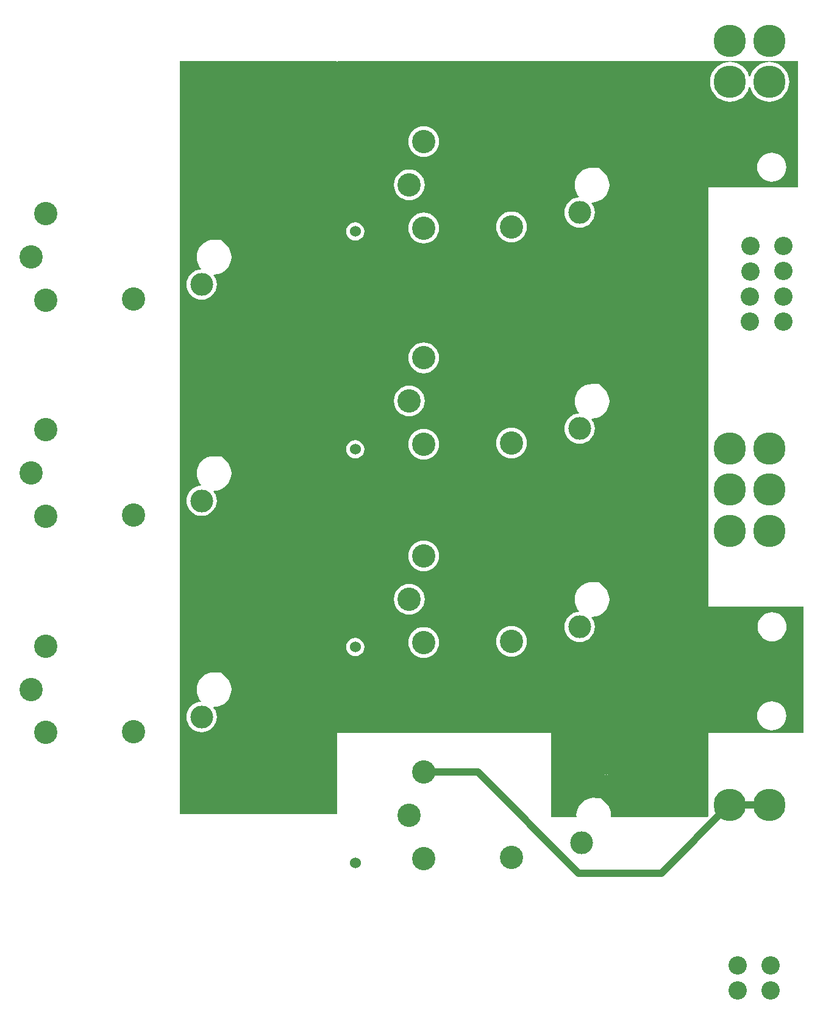
<source format=gbl>
%FSLAX44Y44*%
%MOMM*%
G71*
G01*
G75*
G04 Layer_Physical_Order=4*
G04 Layer_Color=16711680*
%ADD10R,1.7500X2.6500*%
%ADD11C,1.0000*%
%ADD12C,3.0000*%
%ADD13R,9.5000X6.8580*%
%ADD14R,8.5000X7.3660*%
%ADD15R,38.5000X6.5000*%
%ADD16R,14.5000X16.0000*%
%ADD17R,22.0000X11.0000*%
%ADD18R,14.5000X10.5160*%
%ADD19R,4.3180X4.3180*%
%ADD20C,4.5000*%
%ADD21C,3.1750*%
%ADD22C,3.2375*%
%ADD23C,2.5500*%
%ADD24C,1.5240*%
%ADD25R,3.3020X2.3608*%
%ADD26R,3.5560X2.2860*%
%ADD27R,3.7348X2.9724*%
%ADD28R,11.6906X5.2607*%
%ADD29R,12.5000X107.5000*%
%ADD30R,4.5720X4.3180*%
%ADD31R,3.3020X3.3020*%
%ADD32R,21.0820X16.2560*%
%ADD33R,11.1760X5.3340*%
%ADD34R,4.3180X4.5720*%
%ADD35R,4.3180X4.8260*%
%ADD36R,4.5720X3.5560*%
%ADD37R,12.5000X6.3600*%
%ADD38R,13.2780X8.0000*%
%ADD39R,4.3180X3.0480*%
%ADD40R,4.3180X3.5560*%
%ADD41R,5.5880X3.5560*%
%ADD42R,5.3340X3.0480*%
%ADD43R,3.8537X3.0480*%
%ADD44R,4.0640X3.3020*%
G36*
X1572070Y1557020D02*
Y1557020D01*
X1789532D01*
X1789532Y1557020D01*
X1915160D01*
Y1381760D01*
X1790430D01*
X1790430Y800100D01*
X1922780D01*
Y624840D01*
X1790430D01*
Y509808D01*
X1788622Y508000D01*
X1656035D01*
X1655182Y508941D01*
X1655311Y510254D01*
X1654848Y514960D01*
X1653475Y519485D01*
X1651246Y523655D01*
X1648246Y527310D01*
X1646467Y528770D01*
D01*
X1640987Y534251D01*
X1635013D01*
X1634912Y534008D01*
X1631190Y534375D01*
X1626484Y533912D01*
X1621959Y532539D01*
X1617789Y530310D01*
X1614134Y527310D01*
X1611134Y523655D01*
X1608905Y519485D01*
X1607532Y514960D01*
X1607069Y510254D01*
X1607198Y508941D01*
X1606345Y508000D01*
X1572968D01*
X1572070Y508898D01*
Y624840D01*
X1275898D01*
X1275000Y625738D01*
Y511810D01*
X1056640D01*
Y1557020D01*
X1274102D01*
X1275000Y1556122D01*
Y1114839D01*
X1275000Y1556122D01*
X1275898Y1557020D01*
X1572070Y1557020D01*
D02*
G37*
%LPC*%
G36*
X1375000Y831370D02*
X1370831Y830960D01*
X1366822Y829744D01*
X1363127Y827769D01*
X1359889Y825111D01*
X1357231Y821873D01*
X1355256Y818178D01*
X1354040Y814169D01*
X1353630Y810000D01*
X1354040Y805831D01*
X1355256Y801822D01*
X1357231Y798127D01*
X1359889Y794889D01*
X1363127Y792231D01*
X1366822Y790256D01*
X1370831Y789040D01*
X1375000Y788630D01*
X1379169Y789040D01*
X1383178Y790256D01*
X1386873Y792231D01*
X1390111Y794889D01*
X1392769Y798127D01*
X1394744Y801822D01*
X1395960Y805831D01*
X1396370Y810000D01*
X1395960Y814169D01*
X1394744Y818178D01*
X1392769Y821873D01*
X1390111Y825111D01*
X1386873Y827769D01*
X1383178Y829744D01*
X1379169Y830960D01*
X1375000Y831370D01*
D02*
G37*
G36*
X1664461Y846576D02*
X1647352D01*
Y843502D01*
X1660138D01*
Y835945D01*
X1661468Y837566D01*
X1663178Y840765D01*
X1664231Y844236D01*
X1664461Y846576D01*
D02*
G37*
G36*
X1644812D02*
X1627703D01*
X1627933Y844236D01*
X1628986Y840765D01*
X1630696Y837566D01*
X1632272Y835646D01*
X1632198Y843502D01*
X1644812D01*
Y846576D01*
D02*
G37*
G36*
X1628810Y833867D02*
X1624104Y833404D01*
X1619579Y832031D01*
X1615409Y829802D01*
X1611754Y826802D01*
X1608754Y823147D01*
X1606525Y818977D01*
X1605152Y814452D01*
X1604689Y809746D01*
X1605152Y805040D01*
X1606525Y800515D01*
X1608754Y796345D01*
X1610759Y793902D01*
X1610208Y792571D01*
X1607430Y792298D01*
X1603480Y791100D01*
X1599840Y789154D01*
X1596649Y786535D01*
X1594030Y783344D01*
X1592084Y779704D01*
X1590886Y775754D01*
X1590482Y771646D01*
X1590886Y767538D01*
X1592084Y763588D01*
X1594030Y759948D01*
X1596649Y756757D01*
X1599840Y754138D01*
X1603480Y752192D01*
X1607430Y750994D01*
X1611538Y750590D01*
X1615646Y750994D01*
X1619596Y752192D01*
X1623236Y754138D01*
X1626427Y756757D01*
X1629046Y759948D01*
X1630992Y763588D01*
X1632190Y767538D01*
X1632594Y771646D01*
X1632190Y775754D01*
X1630992Y779704D01*
X1629046Y783344D01*
X1628083Y784518D01*
X1628682Y785638D01*
X1628810Y785625D01*
X1633516Y786088D01*
X1638041Y787461D01*
X1642211Y789690D01*
X1645866Y792690D01*
X1648866Y796345D01*
X1651095Y800515D01*
X1652468Y805040D01*
X1652931Y809746D01*
X1652468Y814452D01*
X1651095Y818977D01*
X1648866Y823147D01*
X1645866Y826802D01*
X1644087Y828262D01*
D01*
X1638607Y833743D01*
X1632633D01*
X1632532Y833501D01*
X1628810Y833867D01*
D02*
G37*
G36*
X1516986Y772952D02*
X1512817Y772542D01*
X1508808Y771326D01*
X1505113Y769351D01*
X1501875Y766693D01*
X1499217Y763455D01*
X1497242Y759760D01*
X1496026Y755751D01*
X1495616Y751582D01*
X1496026Y747413D01*
X1497242Y743404D01*
X1499217Y739709D01*
X1501875Y736471D01*
X1505113Y733813D01*
X1508808Y731838D01*
X1512817Y730622D01*
X1516986Y730212D01*
X1521155Y730622D01*
X1525164Y731838D01*
X1528859Y733813D01*
X1532097Y736471D01*
X1534755Y739709D01*
X1536730Y743404D01*
X1537946Y747413D01*
X1538356Y751582D01*
X1537946Y755751D01*
X1536730Y759760D01*
X1534755Y763455D01*
X1532097Y766693D01*
X1528859Y769351D01*
X1525164Y771326D01*
X1521155Y772542D01*
X1516986Y772952D01*
D02*
G37*
G36*
X1395066Y771426D02*
X1390897Y771016D01*
X1386888Y769800D01*
X1383193Y767825D01*
X1379955Y765167D01*
X1377297Y761929D01*
X1375322Y758234D01*
X1374106Y754225D01*
X1373696Y750056D01*
X1374106Y745887D01*
X1375322Y741878D01*
X1377297Y738183D01*
X1379955Y734945D01*
X1383193Y732287D01*
X1386888Y730312D01*
X1390897Y729096D01*
X1395066Y728686D01*
X1399235Y729096D01*
X1403244Y730312D01*
X1406939Y732287D01*
X1410177Y734945D01*
X1412835Y738183D01*
X1414810Y741878D01*
X1416026Y745887D01*
X1416436Y750056D01*
X1416026Y754225D01*
X1414810Y758234D01*
X1412835Y761929D01*
X1410177Y765167D01*
X1406939Y767825D01*
X1403244Y769800D01*
X1399235Y771016D01*
X1395066Y771426D01*
D02*
G37*
G36*
X1878810Y791877D02*
X1874874Y791489D01*
X1871089Y790341D01*
X1867600Y788477D01*
X1864543Y785967D01*
X1862033Y782910D01*
X1860169Y779421D01*
X1859021Y775636D01*
X1858633Y771700D01*
X1859021Y767764D01*
X1860169Y763979D01*
X1862033Y760490D01*
X1864543Y757433D01*
X1867600Y754923D01*
X1871089Y753059D01*
X1874874Y751911D01*
X1878810Y751523D01*
X1882746Y751911D01*
X1886532Y753059D01*
X1890020Y754923D01*
X1893077Y757433D01*
X1895587Y760490D01*
X1897451Y763979D01*
X1898600Y767764D01*
X1898987Y771700D01*
X1898600Y775636D01*
X1897451Y779421D01*
X1895587Y782910D01*
X1893077Y785967D01*
X1890020Y788477D01*
X1886532Y790341D01*
X1882746Y791489D01*
X1878810Y791877D01*
D02*
G37*
G36*
X1300000Y756550D02*
X1296685Y756113D01*
X1293595Y754833D01*
X1290942Y752798D01*
X1288907Y750145D01*
X1287627Y747055D01*
X1287190Y743740D01*
X1287627Y740425D01*
X1288907Y737335D01*
X1290942Y734682D01*
X1293595Y732647D01*
X1296685Y731367D01*
X1300000Y730930D01*
X1303315Y731367D01*
X1306405Y732647D01*
X1309058Y734682D01*
X1311093Y737335D01*
X1312373Y740425D01*
X1312810Y743740D01*
X1312373Y747055D01*
X1311093Y750145D01*
X1309058Y752798D01*
X1306405Y754833D01*
X1303315Y756113D01*
X1300000Y756550D01*
D02*
G37*
G36*
X1516986Y1047952D02*
X1512817Y1047542D01*
X1508808Y1046326D01*
X1505113Y1044351D01*
X1501875Y1041693D01*
X1499217Y1038455D01*
X1497242Y1034760D01*
X1496026Y1030751D01*
X1495616Y1026582D01*
X1496026Y1022413D01*
X1497242Y1018404D01*
X1499217Y1014709D01*
X1501875Y1011471D01*
X1505113Y1008813D01*
X1508808Y1006838D01*
X1512817Y1005622D01*
X1516986Y1005212D01*
X1521155Y1005622D01*
X1525164Y1006838D01*
X1528859Y1008813D01*
X1532097Y1011471D01*
X1534755Y1014709D01*
X1536730Y1018404D01*
X1537946Y1022413D01*
X1538356Y1026582D01*
X1537946Y1030751D01*
X1536730Y1034760D01*
X1534755Y1038455D01*
X1532097Y1041693D01*
X1528859Y1044351D01*
X1525164Y1046326D01*
X1521155Y1047542D01*
X1516986Y1047952D01*
D02*
G37*
G36*
X1395066Y1046426D02*
X1390897Y1046016D01*
X1386888Y1044800D01*
X1383193Y1042825D01*
X1379955Y1040167D01*
X1377297Y1036929D01*
X1375322Y1033234D01*
X1374106Y1029225D01*
X1373696Y1025056D01*
X1374106Y1020887D01*
X1375322Y1016878D01*
X1377297Y1013183D01*
X1379955Y1009945D01*
X1383193Y1007287D01*
X1386888Y1005312D01*
X1390897Y1004096D01*
X1395066Y1003686D01*
X1399235Y1004096D01*
X1403244Y1005312D01*
X1406939Y1007287D01*
X1410177Y1009945D01*
X1412835Y1013183D01*
X1414810Y1016878D01*
X1416026Y1020887D01*
X1416436Y1025056D01*
X1416026Y1029225D01*
X1414810Y1033234D01*
X1412835Y1036929D01*
X1410177Y1040167D01*
X1406939Y1042825D01*
X1403244Y1044800D01*
X1399235Y1046016D01*
X1395066Y1046426D01*
D02*
G37*
G36*
X1119812Y1021576D02*
X1102703D01*
X1102934Y1019236D01*
X1103986Y1015765D01*
X1105696Y1012566D01*
X1107272Y1010646D01*
X1107198Y1018502D01*
X1119812D01*
Y1021576D01*
D02*
G37*
G36*
X1300000Y1030870D02*
X1296685Y1030433D01*
X1293595Y1029153D01*
X1290942Y1027118D01*
X1288907Y1024465D01*
X1287627Y1021375D01*
X1287190Y1018060D01*
X1287627Y1014745D01*
X1288907Y1011655D01*
X1290942Y1009002D01*
X1293595Y1006967D01*
X1296685Y1005687D01*
X1300000Y1005250D01*
X1303315Y1005687D01*
X1306405Y1006967D01*
X1309058Y1009002D01*
X1311093Y1011655D01*
X1312373Y1014745D01*
X1312810Y1018060D01*
X1312373Y1021375D01*
X1311093Y1024465D01*
X1309058Y1027118D01*
X1306405Y1029153D01*
X1303315Y1030433D01*
X1300000Y1030870D01*
D02*
G37*
G36*
X1644812Y866225D02*
X1642472Y865995D01*
X1639001Y864942D01*
X1635802Y863232D01*
X1632998Y860930D01*
X1630696Y858126D01*
X1628986Y854927D01*
X1627933Y851456D01*
X1627703Y849116D01*
X1644812D01*
Y866225D01*
D02*
G37*
G36*
X1395066Y891314D02*
X1390897Y890904D01*
X1386888Y889688D01*
X1383193Y887713D01*
X1379955Y885055D01*
X1377297Y881817D01*
X1375322Y878122D01*
X1374106Y874113D01*
X1373696Y869944D01*
X1374106Y865775D01*
X1375322Y861766D01*
X1377297Y858071D01*
X1379955Y854833D01*
X1383193Y852175D01*
X1386888Y850200D01*
X1390897Y848984D01*
X1395066Y848574D01*
X1399235Y848984D01*
X1403244Y850200D01*
X1406939Y852175D01*
X1410177Y854833D01*
X1412835Y858071D01*
X1414810Y861766D01*
X1416026Y865775D01*
X1416436Y869944D01*
X1416026Y874113D01*
X1414810Y878122D01*
X1412835Y881817D01*
X1410177Y885055D01*
X1406939Y887713D01*
X1403244Y889688D01*
X1399235Y890904D01*
X1395066Y891314D01*
D02*
G37*
G36*
X1103810Y1008867D02*
X1099104Y1008404D01*
X1094579Y1007031D01*
X1090409Y1004802D01*
X1086754Y1001802D01*
X1083754Y998147D01*
X1081525Y993977D01*
X1080152Y989452D01*
X1079689Y984746D01*
X1080152Y980040D01*
X1081525Y975515D01*
X1083754Y971345D01*
X1085759Y968902D01*
X1085208Y967571D01*
X1082430Y967298D01*
X1078480Y966100D01*
X1074840Y964154D01*
X1071649Y961535D01*
X1069030Y958344D01*
X1067084Y954704D01*
X1065886Y950754D01*
X1065482Y946646D01*
X1065886Y942538D01*
X1067084Y938588D01*
X1069030Y934948D01*
X1071649Y931757D01*
X1074840Y929138D01*
X1078480Y927192D01*
X1082430Y925994D01*
X1086538Y925590D01*
X1090646Y925994D01*
X1094596Y927192D01*
X1098236Y929138D01*
X1101427Y931757D01*
X1104046Y934948D01*
X1105992Y938588D01*
X1107190Y942538D01*
X1107594Y946646D01*
X1107190Y950754D01*
X1105992Y954704D01*
X1104046Y958344D01*
X1103083Y959518D01*
X1103682Y960638D01*
X1103810Y960625D01*
X1108516Y961088D01*
X1113041Y962461D01*
X1117211Y964690D01*
X1120866Y967690D01*
X1123866Y971345D01*
X1126095Y975515D01*
X1127468Y980040D01*
X1127931Y984746D01*
X1127468Y989452D01*
X1126095Y993977D01*
X1123866Y998147D01*
X1120866Y1001802D01*
X1119087Y1003262D01*
D01*
X1113607Y1008743D01*
X1107633D01*
X1107532Y1008501D01*
X1103810Y1008867D01*
D02*
G37*
G36*
X1647352Y866225D02*
Y849116D01*
X1664461D01*
X1664231Y851456D01*
X1663178Y854927D01*
X1661468Y858126D01*
X1659166Y860930D01*
X1656362Y863232D01*
X1653163Y864942D01*
X1649692Y865995D01*
X1647352Y866225D01*
D02*
G37*
G36*
X1122352Y741225D02*
Y724116D01*
X1139461D01*
X1139231Y726456D01*
X1138178Y729927D01*
X1136468Y733126D01*
X1134166Y735930D01*
X1131362Y738232D01*
X1128163Y739942D01*
X1124692Y740995D01*
X1122352Y741225D01*
D02*
G37*
G36*
X1103810Y708867D02*
X1099104Y708404D01*
X1094579Y707031D01*
X1090409Y704802D01*
X1086754Y701802D01*
X1083754Y698147D01*
X1081525Y693977D01*
X1080152Y689452D01*
X1079689Y684746D01*
X1080152Y680040D01*
X1081525Y675515D01*
X1083754Y671345D01*
X1085759Y668902D01*
X1085208Y667571D01*
X1082430Y667298D01*
X1078480Y666100D01*
X1074840Y664154D01*
X1071649Y661535D01*
X1069030Y658344D01*
X1067084Y654704D01*
X1065886Y650754D01*
X1065482Y646646D01*
X1065886Y642538D01*
X1067084Y638588D01*
X1069030Y634948D01*
X1071649Y631757D01*
X1074840Y629138D01*
X1078480Y627192D01*
X1082430Y625994D01*
X1086538Y625590D01*
X1090646Y625994D01*
X1094596Y627192D01*
X1098236Y629138D01*
X1101427Y631757D01*
X1104046Y634948D01*
X1105992Y638588D01*
X1107190Y642538D01*
X1107594Y646646D01*
X1107190Y650754D01*
X1105992Y654704D01*
X1104046Y658344D01*
X1103083Y659518D01*
X1103682Y660638D01*
X1103810Y660625D01*
X1108516Y661088D01*
X1113041Y662461D01*
X1117211Y664690D01*
X1120866Y667690D01*
X1123866Y671345D01*
X1126095Y675515D01*
X1127468Y680040D01*
X1127931Y684746D01*
X1127468Y689452D01*
X1126095Y693977D01*
X1123866Y698147D01*
X1120866Y701802D01*
X1119087Y703262D01*
D01*
X1113607Y708743D01*
X1107633D01*
X1107532Y708501D01*
X1103810Y708867D01*
D02*
G37*
G36*
X1878250Y668477D02*
X1874314Y668089D01*
X1870529Y666941D01*
X1867040Y665077D01*
X1863983Y662567D01*
X1861473Y659510D01*
X1859609Y656021D01*
X1858461Y652236D01*
X1858073Y648300D01*
X1858461Y644364D01*
X1859609Y640579D01*
X1861473Y637090D01*
X1863983Y634033D01*
X1867040Y631523D01*
X1870529Y629659D01*
X1874314Y628511D01*
X1878250Y628123D01*
X1882186Y628511D01*
X1885972Y629659D01*
X1889460Y631523D01*
X1892517Y634033D01*
X1895027Y637090D01*
X1896891Y640579D01*
X1898040Y644364D01*
X1898427Y648300D01*
X1898040Y652236D01*
X1896891Y656021D01*
X1895027Y659510D01*
X1892517Y662567D01*
X1889460Y665077D01*
X1885972Y666941D01*
X1882186Y668089D01*
X1878250Y668477D01*
D02*
G37*
G36*
X1845426Y708730D02*
X1821660D01*
Y684964D01*
X1825299Y685322D01*
X1830019Y686754D01*
X1834369Y689079D01*
X1838182Y692208D01*
X1841311Y696021D01*
X1843636Y700371D01*
X1845068Y705091D01*
X1845426Y708730D01*
D02*
G37*
G36*
X1819120D02*
X1795354D01*
X1795712Y705091D01*
X1797144Y700371D01*
X1799469Y696021D01*
X1802598Y692208D01*
X1806411Y689079D01*
X1810761Y686754D01*
X1815481Y685322D01*
X1819120Y684964D01*
Y708730D01*
D02*
G37*
G36*
X1666841Y547084D02*
X1649732D01*
Y544010D01*
X1662518D01*
Y536453D01*
X1663848Y538074D01*
X1665558Y541273D01*
X1666611Y544744D01*
X1666841Y547084D01*
D02*
G37*
G36*
X1647192D02*
X1630083D01*
X1630314Y544744D01*
X1631366Y541273D01*
X1633076Y538074D01*
X1634652Y536154D01*
X1634578Y544010D01*
X1647192D01*
Y547084D01*
D02*
G37*
G36*
X1649732Y566733D02*
Y549624D01*
X1666841D01*
X1666611Y551964D01*
X1665558Y555435D01*
X1663848Y558634D01*
X1661546Y561438D01*
X1658742Y563740D01*
X1655543Y565450D01*
X1652072Y566502D01*
X1649732Y566733D01*
D02*
G37*
G36*
X1647192D02*
X1644852Y566502D01*
X1641381Y565450D01*
X1638182Y563740D01*
X1635378Y561438D01*
X1633076Y558634D01*
X1631366Y555435D01*
X1630314Y551964D01*
X1630083Y549624D01*
X1647192D01*
Y566733D01*
D02*
G37*
G36*
X1873730Y708730D02*
X1849964D01*
X1850322Y705091D01*
X1851754Y700371D01*
X1854079Y696021D01*
X1857208Y692208D01*
X1861021Y689079D01*
X1865371Y686754D01*
X1870091Y685322D01*
X1873730Y684964D01*
Y708730D01*
D02*
G37*
G36*
Y735036D02*
X1870091Y734678D01*
X1865371Y733246D01*
X1861021Y730921D01*
X1857208Y727792D01*
X1854079Y723979D01*
X1851754Y719629D01*
X1850322Y714909D01*
X1849964Y711270D01*
X1873730D01*
Y735036D01*
D02*
G37*
G36*
X1821660D02*
Y711270D01*
X1845426D01*
X1845068Y714909D01*
X1843636Y719629D01*
X1841311Y723979D01*
X1838182Y727792D01*
X1834369Y730921D01*
X1830019Y733246D01*
X1825299Y734678D01*
X1821660Y735036D01*
D02*
G37*
G36*
X1119812Y741225D02*
X1117472Y740995D01*
X1114001Y739942D01*
X1110802Y738232D01*
X1107998Y735930D01*
X1105696Y733126D01*
X1103986Y729927D01*
X1102934Y726456D01*
X1102703Y724116D01*
X1119812D01*
Y741225D01*
D02*
G37*
G36*
X1876270Y735036D02*
Y711270D01*
X1900036D01*
X1899678Y714909D01*
X1898246Y719629D01*
X1895921Y723979D01*
X1892792Y727792D01*
X1888979Y730921D01*
X1884629Y733246D01*
X1879909Y734678D01*
X1876270Y735036D01*
D02*
G37*
G36*
X1119812Y721576D02*
X1102703D01*
X1102934Y719236D01*
X1103986Y715765D01*
X1105696Y712566D01*
X1107272Y710646D01*
X1107198Y718502D01*
X1119812D01*
Y721576D01*
D02*
G37*
G36*
X1900036Y708730D02*
X1876270D01*
Y684964D01*
X1879909Y685322D01*
X1884629Y686754D01*
X1888979Y689079D01*
X1892792Y692208D01*
X1895921Y696021D01*
X1898246Y700371D01*
X1899678Y705091D01*
X1900036Y708730D01*
D02*
G37*
G36*
X1819120Y735036D02*
X1815481Y734678D01*
X1810761Y733246D01*
X1806411Y730921D01*
X1802598Y727792D01*
X1799469Y723979D01*
X1797144Y719629D01*
X1795712Y714909D01*
X1795354Y711270D01*
X1819120D01*
Y735036D01*
D02*
G37*
G36*
X1139461Y721576D02*
X1122352D01*
Y718502D01*
X1135138D01*
Y710945D01*
X1136468Y712566D01*
X1138178Y715765D01*
X1139231Y719236D01*
X1139461Y721576D01*
D02*
G37*
G36*
Y1021576D02*
X1122352D01*
Y1018502D01*
X1135138D01*
Y1010945D01*
X1136468Y1012566D01*
X1138178Y1015765D01*
X1139231Y1019236D01*
X1139461Y1021576D01*
D02*
G37*
G36*
X1395066Y1466314D02*
X1390897Y1465904D01*
X1386888Y1464688D01*
X1383193Y1462713D01*
X1379955Y1460055D01*
X1377297Y1456817D01*
X1375322Y1453122D01*
X1374106Y1449113D01*
X1373696Y1444944D01*
X1374106Y1440775D01*
X1375322Y1436766D01*
X1377297Y1433071D01*
X1379955Y1429833D01*
X1383193Y1427175D01*
X1386888Y1425200D01*
X1390897Y1423984D01*
X1395066Y1423574D01*
X1399235Y1423984D01*
X1403244Y1425200D01*
X1406939Y1427175D01*
X1410177Y1429833D01*
X1412835Y1433071D01*
X1414810Y1436766D01*
X1416026Y1440775D01*
X1416436Y1444944D01*
X1416026Y1449113D01*
X1414810Y1453122D01*
X1412835Y1456817D01*
X1410177Y1460055D01*
X1406939Y1462713D01*
X1403244Y1464688D01*
X1399235Y1465904D01*
X1395066Y1466314D01*
D02*
G37*
G36*
X1664461Y1421576D02*
X1647352D01*
Y1418502D01*
X1660138D01*
Y1410945D01*
X1661468Y1412566D01*
X1663178Y1415765D01*
X1664231Y1419236D01*
X1664461Y1421576D01*
D02*
G37*
G36*
X1647352Y1441225D02*
Y1424116D01*
X1664461D01*
X1664231Y1426456D01*
X1663178Y1429927D01*
X1661468Y1433126D01*
X1659166Y1435930D01*
X1656362Y1438232D01*
X1653163Y1439942D01*
X1649692Y1440995D01*
X1647352Y1441225D01*
D02*
G37*
G36*
X1644812D02*
X1642472Y1440995D01*
X1639001Y1439942D01*
X1635802Y1438232D01*
X1632998Y1435930D01*
X1630696Y1433126D01*
X1628986Y1429927D01*
X1627933Y1426456D01*
X1627703Y1424116D01*
X1644812D01*
Y1441225D01*
D02*
G37*
G36*
X1375000Y1406370D02*
X1370831Y1405960D01*
X1366822Y1404744D01*
X1363127Y1402769D01*
X1359889Y1400111D01*
X1357231Y1396873D01*
X1355256Y1393178D01*
X1354040Y1389169D01*
X1353630Y1385000D01*
X1354040Y1380831D01*
X1355256Y1376822D01*
X1357231Y1373127D01*
X1359889Y1369889D01*
X1363127Y1367231D01*
X1366822Y1365256D01*
X1370831Y1364040D01*
X1375000Y1363630D01*
X1379169Y1364040D01*
X1383178Y1365256D01*
X1386873Y1367231D01*
X1390111Y1369889D01*
X1392769Y1373127D01*
X1394744Y1376822D01*
X1395960Y1380831D01*
X1396370Y1385000D01*
X1395960Y1389169D01*
X1394744Y1393178D01*
X1392769Y1396873D01*
X1390111Y1400111D01*
X1386873Y1402769D01*
X1383178Y1404744D01*
X1379169Y1405960D01*
X1375000Y1406370D01*
D02*
G37*
G36*
X1628810Y1408867D02*
X1624104Y1408404D01*
X1619579Y1407031D01*
X1615409Y1404802D01*
X1611754Y1401802D01*
X1608754Y1398147D01*
X1606525Y1393977D01*
X1605152Y1389452D01*
X1604689Y1384746D01*
X1605152Y1380040D01*
X1606525Y1375515D01*
X1608754Y1371345D01*
X1610759Y1368902D01*
X1610208Y1367571D01*
X1607430Y1367298D01*
X1603480Y1366100D01*
X1599840Y1364154D01*
X1596649Y1361535D01*
X1594030Y1358344D01*
X1592084Y1354704D01*
X1590886Y1350754D01*
X1590482Y1346646D01*
X1590886Y1342538D01*
X1592084Y1338588D01*
X1594030Y1334948D01*
X1596649Y1331757D01*
X1599840Y1329138D01*
X1603480Y1327192D01*
X1607430Y1325994D01*
X1611538Y1325590D01*
X1615646Y1325994D01*
X1619596Y1327192D01*
X1623236Y1329138D01*
X1626427Y1331757D01*
X1629046Y1334948D01*
X1630992Y1338588D01*
X1632190Y1342538D01*
X1632594Y1346646D01*
X1632190Y1350754D01*
X1630992Y1354704D01*
X1629046Y1358344D01*
X1628083Y1359517D01*
X1628682Y1360638D01*
X1628810Y1360625D01*
X1633516Y1361088D01*
X1638041Y1362461D01*
X1642211Y1364690D01*
X1645866Y1367690D01*
X1648866Y1371345D01*
X1651095Y1375515D01*
X1652468Y1380040D01*
X1652931Y1384746D01*
X1652468Y1389452D01*
X1651095Y1393977D01*
X1648866Y1398147D01*
X1645866Y1401802D01*
X1644087Y1403262D01*
D01*
X1638607Y1408743D01*
X1632633D01*
X1632532Y1408501D01*
X1628810Y1408867D01*
D02*
G37*
G36*
X1644812Y1421576D02*
X1627703D01*
X1627933Y1419236D01*
X1628986Y1415765D01*
X1630696Y1412566D01*
X1632272Y1410646D01*
X1632198Y1418502D01*
X1644812D01*
Y1421576D01*
D02*
G37*
G36*
X1878250Y1429477D02*
X1874314Y1429089D01*
X1870529Y1427941D01*
X1867040Y1426077D01*
X1863983Y1423567D01*
X1861473Y1420510D01*
X1859609Y1417021D01*
X1858461Y1413236D01*
X1858073Y1409300D01*
X1858461Y1405364D01*
X1859609Y1401579D01*
X1861473Y1398090D01*
X1863983Y1395033D01*
X1867040Y1392523D01*
X1870529Y1390659D01*
X1874314Y1389511D01*
X1878250Y1389123D01*
X1882186Y1389511D01*
X1885972Y1390659D01*
X1889460Y1392523D01*
X1892517Y1395033D01*
X1895027Y1398090D01*
X1896891Y1401579D01*
X1898040Y1405364D01*
X1898427Y1409300D01*
X1898040Y1413236D01*
X1896891Y1417021D01*
X1895027Y1420510D01*
X1892517Y1423567D01*
X1889460Y1426077D01*
X1885972Y1427941D01*
X1882186Y1429089D01*
X1878250Y1429477D01*
D02*
G37*
G36*
X1819120Y1469430D02*
X1795354D01*
X1795712Y1465791D01*
X1797144Y1461071D01*
X1799469Y1456721D01*
X1802598Y1452908D01*
X1806411Y1449779D01*
X1810761Y1447454D01*
X1815481Y1446022D01*
X1819120Y1445664D01*
Y1469430D01*
D02*
G37*
G36*
X1873730Y1495736D02*
X1870091Y1495378D01*
X1865371Y1493946D01*
X1861021Y1491621D01*
X1857208Y1488492D01*
X1854079Y1484679D01*
X1851754Y1480329D01*
X1850322Y1475609D01*
X1849964Y1471970D01*
X1873730D01*
Y1495736D01*
D02*
G37*
G36*
X1821660D02*
Y1471970D01*
X1845426D01*
X1845068Y1475609D01*
X1843636Y1480329D01*
X1841311Y1484679D01*
X1838182Y1488492D01*
X1834369Y1491621D01*
X1830019Y1493946D01*
X1825299Y1495378D01*
X1821660Y1495736D01*
D02*
G37*
G36*
X1875000Y1555515D02*
X1870672Y1555175D01*
X1866451Y1554161D01*
X1862440Y1552500D01*
X1858739Y1550232D01*
X1855438Y1547412D01*
X1852618Y1544111D01*
X1850350Y1540410D01*
X1848689Y1536399D01*
X1848330Y1534905D01*
X1847060D01*
X1846701Y1536399D01*
X1845040Y1540410D01*
X1842772Y1544111D01*
X1839952Y1547412D01*
X1836651Y1550232D01*
X1832950Y1552500D01*
X1828939Y1554161D01*
X1824718Y1555175D01*
X1820390Y1555515D01*
X1816062Y1555175D01*
X1811841Y1554161D01*
X1807830Y1552500D01*
X1804129Y1550232D01*
X1800828Y1547412D01*
X1798008Y1544111D01*
X1795740Y1540410D01*
X1794079Y1536399D01*
X1793065Y1532178D01*
X1792725Y1527850D01*
X1793065Y1523522D01*
X1794079Y1519301D01*
X1795740Y1515290D01*
X1798008Y1511589D01*
X1800828Y1508288D01*
X1804129Y1505468D01*
X1807830Y1503200D01*
X1811841Y1501539D01*
X1816062Y1500525D01*
X1820390Y1500185D01*
X1824718Y1500525D01*
X1828939Y1501539D01*
X1832950Y1503200D01*
X1836651Y1505468D01*
X1839952Y1508288D01*
X1842772Y1511589D01*
X1845040Y1515290D01*
X1846701Y1519301D01*
X1847060Y1520795D01*
X1848330D01*
X1848689Y1519301D01*
X1850350Y1515290D01*
X1852618Y1511589D01*
X1855438Y1508288D01*
X1858739Y1505468D01*
X1862440Y1503200D01*
X1866451Y1501539D01*
X1870672Y1500525D01*
X1875000Y1500185D01*
X1879328Y1500525D01*
X1883549Y1501539D01*
X1887560Y1503200D01*
X1891261Y1505468D01*
X1894562Y1508288D01*
X1897382Y1511589D01*
X1899650Y1515290D01*
X1901311Y1519301D01*
X1902325Y1523522D01*
X1902665Y1527850D01*
X1902325Y1532178D01*
X1901311Y1536399D01*
X1899650Y1540410D01*
X1897382Y1544111D01*
X1894562Y1547412D01*
X1891261Y1550232D01*
X1887560Y1552500D01*
X1883549Y1554161D01*
X1879328Y1555175D01*
X1875000Y1555515D01*
D02*
G37*
G36*
X1876270Y1495736D02*
Y1471970D01*
X1900036D01*
X1899678Y1475609D01*
X1898246Y1480329D01*
X1895921Y1484679D01*
X1892792Y1488492D01*
X1888979Y1491621D01*
X1884629Y1493946D01*
X1879909Y1495378D01*
X1876270Y1495736D01*
D02*
G37*
G36*
X1873730Y1469430D02*
X1849964D01*
X1850322Y1465791D01*
X1851754Y1461071D01*
X1854079Y1456721D01*
X1857208Y1452908D01*
X1861021Y1449779D01*
X1865371Y1447454D01*
X1870091Y1446022D01*
X1873730Y1445664D01*
Y1469430D01*
D02*
G37*
G36*
X1845426D02*
X1821660D01*
Y1445664D01*
X1825299Y1446022D01*
X1830019Y1447454D01*
X1834369Y1449779D01*
X1838182Y1452908D01*
X1841311Y1456721D01*
X1843636Y1461071D01*
X1845068Y1465791D01*
X1845426Y1469430D01*
D02*
G37*
G36*
X1819120Y1495736D02*
X1815481Y1495378D01*
X1810761Y1493946D01*
X1806411Y1491621D01*
X1802598Y1488492D01*
X1799469Y1484679D01*
X1797144Y1480329D01*
X1795712Y1475609D01*
X1795354Y1471970D01*
X1819120D01*
Y1495736D01*
D02*
G37*
G36*
X1900036Y1469430D02*
X1876270D01*
Y1445664D01*
X1879909Y1446022D01*
X1884629Y1447454D01*
X1888979Y1449779D01*
X1892792Y1452908D01*
X1895921Y1456721D01*
X1898246Y1461071D01*
X1899678Y1465791D01*
X1900036Y1469430D01*
D02*
G37*
G36*
X1664461Y1121576D02*
X1647352D01*
Y1118502D01*
X1660138D01*
Y1110945D01*
X1661468Y1112566D01*
X1663178Y1115765D01*
X1664231Y1119236D01*
X1664461Y1121576D01*
D02*
G37*
G36*
X1644812D02*
X1627703D01*
X1627933Y1119236D01*
X1628986Y1115765D01*
X1630696Y1112566D01*
X1632272Y1110646D01*
X1632198Y1118502D01*
X1644812D01*
Y1121576D01*
D02*
G37*
G36*
Y1141225D02*
X1642472Y1140995D01*
X1639001Y1139942D01*
X1635802Y1138232D01*
X1632998Y1135930D01*
X1630696Y1133126D01*
X1628986Y1129927D01*
X1627933Y1126456D01*
X1627703Y1124116D01*
X1644812D01*
Y1141225D01*
D02*
G37*
G36*
X1395066Y1166314D02*
X1390897Y1165904D01*
X1386888Y1164688D01*
X1383193Y1162713D01*
X1379955Y1160055D01*
X1377297Y1156817D01*
X1375322Y1153122D01*
X1374106Y1149113D01*
X1373696Y1144944D01*
X1374106Y1140775D01*
X1375322Y1136766D01*
X1377297Y1133071D01*
X1379955Y1129833D01*
X1383193Y1127175D01*
X1386888Y1125200D01*
X1390897Y1123984D01*
X1395066Y1123574D01*
X1399235Y1123984D01*
X1403244Y1125200D01*
X1406939Y1127175D01*
X1410177Y1129833D01*
X1412835Y1133071D01*
X1414810Y1136766D01*
X1416026Y1140775D01*
X1416436Y1144944D01*
X1416026Y1149113D01*
X1414810Y1153122D01*
X1412835Y1156817D01*
X1410177Y1160055D01*
X1406939Y1162713D01*
X1403244Y1164688D01*
X1399235Y1165904D01*
X1395066Y1166314D01*
D02*
G37*
G36*
X1122352Y1041225D02*
Y1024116D01*
X1139461D01*
X1139231Y1026456D01*
X1138178Y1029927D01*
X1136468Y1033126D01*
X1134166Y1035930D01*
X1131362Y1038232D01*
X1128163Y1039942D01*
X1124692Y1040995D01*
X1122352Y1041225D01*
D02*
G37*
G36*
X1119812D02*
X1117472Y1040995D01*
X1114001Y1039942D01*
X1110802Y1038232D01*
X1107998Y1035930D01*
X1105696Y1033126D01*
X1103986Y1029927D01*
X1102934Y1026456D01*
X1102703Y1024116D01*
X1119812D01*
Y1041225D01*
D02*
G37*
G36*
X1375000Y1106370D02*
X1370831Y1105960D01*
X1366822Y1104744D01*
X1363127Y1102769D01*
X1359889Y1100111D01*
X1357231Y1096873D01*
X1355256Y1093178D01*
X1354040Y1089169D01*
X1353630Y1085000D01*
X1354040Y1080831D01*
X1355256Y1076822D01*
X1357231Y1073127D01*
X1359889Y1069889D01*
X1363127Y1067231D01*
X1366822Y1065256D01*
X1370831Y1064040D01*
X1375000Y1063630D01*
X1379169Y1064040D01*
X1383178Y1065256D01*
X1386873Y1067231D01*
X1390111Y1069889D01*
X1392769Y1073127D01*
X1394744Y1076822D01*
X1395960Y1080831D01*
X1396370Y1085000D01*
X1395960Y1089169D01*
X1394744Y1093178D01*
X1392769Y1096873D01*
X1390111Y1100111D01*
X1386873Y1102769D01*
X1383178Y1104744D01*
X1379169Y1105960D01*
X1375000Y1106370D01*
D02*
G37*
G36*
X1628810Y1108867D02*
X1624104Y1108404D01*
X1619579Y1107031D01*
X1615409Y1104802D01*
X1611754Y1101802D01*
X1608754Y1098147D01*
X1606525Y1093977D01*
X1605152Y1089452D01*
X1604689Y1084746D01*
X1605152Y1080040D01*
X1606525Y1075515D01*
X1608754Y1071345D01*
X1610759Y1068902D01*
X1610208Y1067571D01*
X1607430Y1067298D01*
X1603480Y1066100D01*
X1599840Y1064154D01*
X1596649Y1061535D01*
X1594030Y1058344D01*
X1592084Y1054704D01*
X1590886Y1050754D01*
X1590482Y1046646D01*
X1590886Y1042538D01*
X1592084Y1038588D01*
X1594030Y1034948D01*
X1596649Y1031757D01*
X1599840Y1029138D01*
X1603480Y1027192D01*
X1607430Y1025994D01*
X1611538Y1025590D01*
X1615646Y1025994D01*
X1619596Y1027192D01*
X1623236Y1029138D01*
X1626427Y1031757D01*
X1629046Y1034948D01*
X1630992Y1038588D01*
X1632190Y1042538D01*
X1632594Y1046646D01*
X1632190Y1050754D01*
X1630992Y1054704D01*
X1629046Y1058344D01*
X1628083Y1059518D01*
X1628682Y1060638D01*
X1628810Y1060625D01*
X1633516Y1061088D01*
X1638041Y1062461D01*
X1642211Y1064690D01*
X1645866Y1067690D01*
X1648866Y1071345D01*
X1651095Y1075515D01*
X1652468Y1080040D01*
X1652931Y1084746D01*
X1652468Y1089452D01*
X1651095Y1093977D01*
X1648866Y1098147D01*
X1645866Y1101802D01*
X1644087Y1103262D01*
D01*
X1638607Y1108743D01*
X1632633D01*
X1632532Y1108501D01*
X1628810Y1108867D01*
D02*
G37*
G36*
X1647352Y1141225D02*
Y1124116D01*
X1664461D01*
X1664231Y1126456D01*
X1663178Y1129927D01*
X1661468Y1133126D01*
X1659166Y1135930D01*
X1656362Y1138232D01*
X1653163Y1139942D01*
X1649692Y1140995D01*
X1647352Y1141225D01*
D02*
G37*
G36*
X1139461Y1321576D02*
X1122352D01*
Y1318260D01*
X1135380D01*
Y1311240D01*
X1136468Y1312566D01*
X1138178Y1315765D01*
X1139231Y1319236D01*
X1139461Y1321576D01*
D02*
G37*
G36*
X1119812D02*
X1102703D01*
X1102934Y1319236D01*
X1103986Y1315765D01*
X1105696Y1312566D01*
X1107515Y1310350D01*
X1107440Y1318260D01*
X1119812D01*
Y1321576D01*
D02*
G37*
G36*
X1122352Y1341225D02*
Y1324116D01*
X1139461D01*
X1139231Y1326456D01*
X1138178Y1329927D01*
X1136468Y1333126D01*
X1134166Y1335930D01*
X1131362Y1338232D01*
X1128163Y1339942D01*
X1124692Y1340995D01*
X1122352Y1341225D01*
D02*
G37*
G36*
X1119812D02*
X1117472Y1340995D01*
X1114001Y1339942D01*
X1110802Y1338232D01*
X1107998Y1335930D01*
X1105696Y1333126D01*
X1103986Y1329927D01*
X1102934Y1326456D01*
X1102703Y1324116D01*
X1119812D01*
Y1341225D01*
D02*
G37*
G36*
X1395066Y1346426D02*
X1390897Y1346016D01*
X1386888Y1344800D01*
X1383193Y1342825D01*
X1379955Y1340167D01*
X1377297Y1336929D01*
X1375322Y1333234D01*
X1374106Y1329225D01*
X1373696Y1325056D01*
X1374106Y1320887D01*
X1375322Y1316878D01*
X1377297Y1313183D01*
X1379955Y1309945D01*
X1383193Y1307287D01*
X1386888Y1305312D01*
X1390897Y1304096D01*
X1395066Y1303686D01*
X1399235Y1304096D01*
X1403244Y1305312D01*
X1406939Y1307287D01*
X1410177Y1309945D01*
X1412835Y1313183D01*
X1414810Y1316878D01*
X1416026Y1320887D01*
X1416436Y1325056D01*
X1416026Y1329225D01*
X1414810Y1333234D01*
X1412835Y1336929D01*
X1410177Y1340167D01*
X1406939Y1342825D01*
X1403244Y1344800D01*
X1399235Y1346016D01*
X1395066Y1346426D01*
D02*
G37*
G36*
X1103810Y1308867D02*
X1099104Y1308404D01*
X1094579Y1307031D01*
X1090409Y1304802D01*
X1086754Y1301802D01*
X1083754Y1298147D01*
X1081525Y1293977D01*
X1080152Y1289452D01*
X1079689Y1284746D01*
X1080152Y1280040D01*
X1081525Y1275515D01*
X1083754Y1271345D01*
X1085759Y1268902D01*
X1085208Y1267571D01*
X1082430Y1267298D01*
X1078480Y1266100D01*
X1074840Y1264154D01*
X1071649Y1261535D01*
X1069030Y1258344D01*
X1067084Y1254704D01*
X1065886Y1250754D01*
X1065482Y1246646D01*
X1065886Y1242538D01*
X1067084Y1238588D01*
X1069030Y1234948D01*
X1071649Y1231757D01*
X1074840Y1229138D01*
X1078480Y1227192D01*
X1082430Y1225994D01*
X1086538Y1225590D01*
X1090646Y1225994D01*
X1094596Y1227192D01*
X1098236Y1229138D01*
X1101427Y1231757D01*
X1104046Y1234948D01*
X1105992Y1238588D01*
X1107190Y1242538D01*
X1107594Y1246646D01*
X1107190Y1250754D01*
X1105992Y1254704D01*
X1104046Y1258344D01*
X1103083Y1259517D01*
X1103682Y1260638D01*
X1103810Y1260625D01*
X1108516Y1261088D01*
X1113041Y1262461D01*
X1117211Y1264690D01*
X1120866Y1267690D01*
X1123866Y1271345D01*
X1126095Y1275515D01*
X1127468Y1280040D01*
X1127931Y1284746D01*
X1127468Y1289452D01*
X1126095Y1293977D01*
X1123866Y1298147D01*
X1120866Y1301802D01*
X1119382Y1303020D01*
X1119330D01*
X1119087Y1303262D01*
X1119087Y1303262D01*
D01*
X1113849Y1308501D01*
X1107532D01*
D01*
X1103810Y1308867D01*
D02*
G37*
G36*
X1300000Y1333130D02*
X1296685Y1332693D01*
X1293595Y1331413D01*
X1290942Y1329378D01*
X1288907Y1326725D01*
X1287627Y1323635D01*
X1287190Y1320320D01*
X1287627Y1317005D01*
X1288907Y1313915D01*
X1290942Y1311262D01*
X1293595Y1309227D01*
X1296685Y1307947D01*
X1300000Y1307510D01*
X1303315Y1307947D01*
X1306405Y1309227D01*
X1309058Y1311262D01*
X1311093Y1313915D01*
X1312373Y1317005D01*
X1312810Y1320320D01*
X1312373Y1323635D01*
X1311093Y1326725D01*
X1309058Y1329378D01*
X1306405Y1331413D01*
X1303315Y1332693D01*
X1300000Y1333130D01*
D02*
G37*
G36*
X1516986Y1347952D02*
X1512817Y1347542D01*
X1508808Y1346326D01*
X1505113Y1344351D01*
X1501875Y1341693D01*
X1499217Y1338455D01*
X1497242Y1334760D01*
X1496026Y1330751D01*
X1495616Y1326582D01*
X1496026Y1322413D01*
X1497242Y1318404D01*
X1499217Y1314709D01*
X1501875Y1311471D01*
X1505113Y1308813D01*
X1508808Y1306838D01*
X1512817Y1305622D01*
X1516986Y1305212D01*
X1521155Y1305622D01*
X1525164Y1306838D01*
X1528859Y1308813D01*
X1532097Y1311471D01*
X1534755Y1314709D01*
X1536730Y1318404D01*
X1537946Y1322413D01*
X1538356Y1326582D01*
X1537946Y1330751D01*
X1536730Y1334760D01*
X1534755Y1338455D01*
X1532097Y1341693D01*
X1528859Y1344351D01*
X1525164Y1346326D01*
X1521155Y1347542D01*
X1516986Y1347952D01*
D02*
G37*
%LPD*%
D11*
X1877060Y302260D02*
Y304800D01*
X1820390Y525000D02*
X1875000D01*
X1725000Y430000D02*
X1820195Y525195D01*
X1610000Y430000D02*
X1725000D01*
X1395066Y569944D02*
X1470056D01*
X1610000Y430000D01*
D20*
X1820390Y905000D02*
D03*
X1875000D02*
D03*
Y962150D02*
D03*
X1820390D02*
D03*
Y1019300D02*
D03*
X1875000D02*
D03*
X1820390Y1470700D02*
D03*
X1875000D02*
D03*
Y1527850D02*
D03*
X1820390D02*
D03*
Y1585000D02*
D03*
X1875000D02*
D03*
X1820390Y710000D02*
D03*
X1875000D02*
D03*
X1820390Y525000D02*
D03*
X1875000D02*
D03*
D21*
X1613918Y472154D02*
D03*
X1648462Y548354D02*
D03*
X1646082Y847846D02*
D03*
X1611538Y771646D02*
D03*
X1646082Y1422846D02*
D03*
X1611538Y1346646D02*
D03*
X1121082Y1322846D02*
D03*
X1086538Y1246646D02*
D03*
X1646082Y1122846D02*
D03*
X1611538Y1046646D02*
D03*
X1121082Y722846D02*
D03*
X1086538Y646646D02*
D03*
X1121082Y1022846D02*
D03*
X1086538Y946646D02*
D03*
D22*
X1516986Y451582D02*
D03*
X1395066Y569944D02*
D03*
Y450056D02*
D03*
X1375000Y510000D02*
D03*
X1516986Y751582D02*
D03*
X1395066Y869944D02*
D03*
Y750056D02*
D03*
X1375000Y810000D02*
D03*
X1516986Y1326582D02*
D03*
X1395066Y1444944D02*
D03*
Y1325056D02*
D03*
X1375000Y1385000D02*
D03*
X991986Y1226582D02*
D03*
X870066Y1344944D02*
D03*
Y1225056D02*
D03*
X850000Y1285000D02*
D03*
X1516986Y1026582D02*
D03*
X1395066Y1144944D02*
D03*
Y1025056D02*
D03*
X1375000Y1085000D02*
D03*
X991986Y626582D02*
D03*
X870066Y744944D02*
D03*
Y625056D02*
D03*
X850000Y685000D02*
D03*
X991986Y926582D02*
D03*
X870066Y1044944D02*
D03*
Y925056D02*
D03*
X850000Y985000D02*
D03*
D23*
X1894200Y1195060D02*
D03*
X1848200D02*
D03*
Y1230060D02*
D03*
X1894200D02*
D03*
Y1265060D02*
D03*
X1848480Y1264910D02*
D03*
Y1300060D02*
D03*
X1894200D02*
D03*
X1831340Y267260D02*
D03*
Y302260D02*
D03*
X1877060D02*
D03*
Y267260D02*
D03*
D24*
X1300000Y1320320D02*
D03*
Y1018060D02*
D03*
Y444020D02*
D03*
Y743740D02*
D03*
D36*
X1648460Y1427480D02*
D03*
D37*
X1852500Y1466800D02*
D03*
D38*
X1856390Y710000D02*
D03*
D39*
X1123950Y1325880D02*
D03*
D40*
X1121410Y1026160D02*
D03*
D41*
X1120140Y726440D02*
D03*
D42*
X1649730Y551180D02*
D03*
D43*
X1646971Y850900D02*
D03*
D44*
X1645920Y1126490D02*
D03*
M02*

</source>
